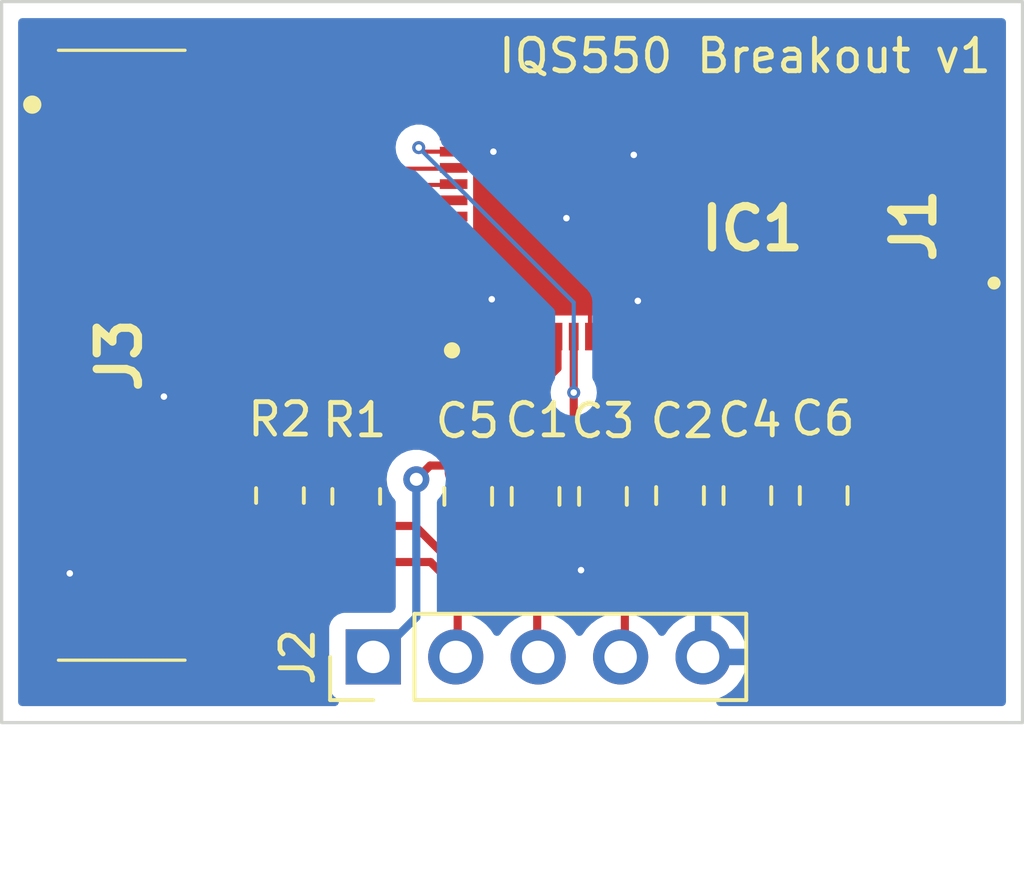
<source format=kicad_pcb>
(kicad_pcb (version 20211014) (generator pcbnew)
  (layers (0 "F.Cu" signal) (31 "B.Cu" signal) (34 "B.Paste" user) (35 "F.Paste" user) (36 "B.SilkS" user "B.Silkscreen") (37 "F.SilkS" user "F.Silkscreen") (38 "B.Mask" user) (39 "F.Mask" user) (44 "Edge.Cuts" user))
  (net 0 "")
  (net 1 "+3V3")
  (net 2 "GND")
  (net 3 "Net-(C2-Pad1)")
  (net 4 "/NRST")
  (net 5 "/TX15")
  (net 6 "/PGM")
  (net 7 "/SW_IN")
  (net 9 "/SDA")
  (net 10 "/SCL")
  (net 11 "/RDY")
  (net 13 "/RX1")
  (net 15 "/RX2")
  (net 17 "/RX3")
  (net 19 "/RX4")
  (net 21 "/RX5")
  (net 23 "/RX6")
  (net 25 "/RX7")
  (net 27 "/RX8")
  (net 33 "/TX1")
  (net 34 "/TX2")
  (net 35 "/TX3")
  (net 36 "/TX4")
  (net 37 "/TX5")
  (net 38 "/TX6")
  (net 39 "/TX7")
  (net 40 "/TX8")
  (net 41 "/TX9")
  (net 42 "/TX10")
  (net 43 "/TX11")
  (net 44 "/TX12")
  (net 45 "/TX13")
  (net 46 "/TX14")
  (net 51 "Net-(J2-Pad2)")
  (net 52 "Net-(J2-Pad3)")
  (footprint "Resistor_SMD:R_0805_2012Metric" (layer "F.Cu") (at 135.85 99.425 90)
    (fp_text reference "R2" (at 2.35 0 180) (layer "F.SilkS"))
    (fp_text value "4.7k")
    (fp_line (start -0.227064 -0.735) (end 0.227064 -0.735) (layer "F.SilkS") (width 0.12))
    (fp_line (start -0.227064 0.735) (end 0.227064 0.735) (layer "F.SilkS") (width 0.12))
    (pad "1" smd roundrect (at -0.9125 0 90) (size 1.025 1.4) (layers "F.Cu" "F.Paste" "F.Mask") (roundrect_rratio 0.243902439) (net 51 "Net-(J2-Pad2)"))
    (pad "2" smd roundrect (at 0.9125 0 90) (size 1.025 1.4) (layers "F.Cu" "F.Paste" "F.Mask") (roundrect_rratio 0.243902439) (net 9 "/SDA"))
  )
  (footprint "ASMR_footprints:Conn_FFC_1x8_0.5mm_Molex_5019510830" (layer "F.Cu") (at 155.35 91.075 90)
    (fp_text reference "J1" (at -0.025 0.025 90) (layer "F.SilkS") (effects (font (size 1.27 1.27) (thickness 0.254))))
    (fp_text value "Conn_FFC_1x8_0.5mm_Vert_501951-0830" hide)
    (fp_line (start -1.8 2.6) (end -1.8 2.6) (layer "F.SilkS") (width 0.2))
    (fp_line (start -1.8 2.4) (end -1.8 2.4) (layer "F.SilkS") (width 0.2))
    (fp_arc (start -1.8 2.4) (mid -1.7 2.5) (end -1.8 2.6) (layer "F.SilkS") (width 0.2))
    (fp_arc (start -1.8 2.6) (mid -1.9 2.5) (end -1.8 2.4) (layer "F.SilkS") (width 0.2))
    (pad "1" smd rect (at -1.75 1.45 90) (size 0.6 1.2) (layers "F.Cu" "F.Paste" "F.Mask") (net 13 "/RX1"))
    (pad "2" smd rect (at -1.25 -1.45 90) (size 0.6 1.2) (layers "F.Cu" "F.Paste" "F.Mask") (net 15 "/RX2"))
    (pad "3" smd rect (at -0.75 1.45 90) (size 0.6 1.2) (layers "F.Cu" "F.Paste" "F.Mask") (net 17 "/RX3"))
    (pad "4" smd rect (at -0.25 -1.45 90) (size 0.6 1.2) (layers "F.Cu" "F.Paste" "F.Mask") (net 19 "/RX4"))
    (pad "5" smd rect (at 0.25 1.45 90) (size 0.6 1.2) (layers "F.Cu" "F.Paste" "F.Mask") (net 21 "/RX5"))
    (pad "6" smd rect (at 0.75 -1.45 90) (size 0.6 1.2) (layers "F.Cu" "F.Paste" "F.Mask") (net 23 "/RX6"))
    (pad "7" smd rect (at 1.25 1.45 90) (size 0.6 1.2) (layers "F.Cu" "F.Paste" "F.Mask") (net 25 "/RX7"))
    (pad "8" smd rect (at 1.75 -1.45 90) (size 0.6 1.2) (layers "F.Cu" "F.Paste" "F.Mask") (net 27 "/RX8"))
    (pad "MP1" smd rect (at -2.75 1.35 90) (size 0.8 1.4) (layers "F.Cu" "F.Paste" "F.Mask"))
    (pad "MP2" smd rect (at -2.75 -1.35 90) (size 0.8 1.4) (layers "F.Cu" "F.Paste" "F.Mask"))
    (pad "MP3" smd rect (at 2.75 1.35 90) (size 0.8 1.4) (layers "F.Cu" "F.Paste" "F.Mask"))
    (pad "MP4" smd rect (at 2.75 -1.35 90) (size 0.8 1.4) (layers "F.Cu" "F.Paste" "F.Mask"))
  )
  (footprint "Capacitor_SMD:C_0805_2012Metric" (layer "F.Cu") (at 152.6 99.425 -90)
    (fp_text reference "C6" (at -2.375 0.025 180) (layer "F.SilkS"))
    (fp_text value "100nF")
    (fp_line (start -0.261252 -0.735) (end 0.261252 -0.735) (layer "F.SilkS") (width 0.12))
    (fp_line (start -0.261252 0.735) (end 0.261252 0.735) (layer "F.SilkS") (width 0.12))
    (pad "1" smd roundrect (at -0.95 0 270) (size 1 1.45) (layers "F.Cu" "F.Paste" "F.Mask") (net 4 "/NRST"))
    (pad "2" smd roundrect (at 0.95 0 270) (size 1 1.45) (layers "F.Cu" "F.Paste" "F.Mask") (net 2 "GND"))
  )
  (footprint "Capacitor_SMD:C_0805_2012Metric" (layer "F.Cu") (at 150.25 99.425 -90)
    (fp_text reference "C4" (at -2.325 -0.075 180) (layer "F.SilkS"))
    (fp_text value "1uF")
    (fp_line (start -0.261252 0.735) (end 0.261252 0.735) (layer "F.SilkS") (width 0.12))
    (fp_line (start -0.261252 -0.735) (end 0.261252 -0.735) (layer "F.SilkS") (width 0.12))
    (pad "1" smd roundrect (at -0.95 0 270) (size 1 1.45) (layers "F.Cu" "F.Paste" "F.Mask") (net 3 "Net-(C2-Pad1)"))
    (pad "2" smd roundrect (at 0.95 0 270) (size 1 1.45) (layers "F.Cu" "F.Paste" "F.Mask") (net 2 "GND"))
  )
  (footprint "Capacitor_SMD:C_0805_2012Metric" (layer "F.Cu") (at 143.725 99.45 -90)
    (fp_text reference "C1" (at -2.35 -0.05 180) (layer "F.SilkS"))
    (fp_text value "1uF")
    (fp_line (start -0.261252 -0.735) (end 0.261252 -0.735) (layer "F.SilkS") (width 0.12))
    (fp_line (start -0.261252 0.735) (end 0.261252 0.735) (layer "F.SilkS") (width 0.12))
    (pad "1" smd roundrect (at -0.95 0 270) (size 1 1.45) (layers "F.Cu" "F.Paste" "F.Mask") (net 1 "+3V3"))
    (pad "2" smd roundrect (at 0.95 0 270) (size 1 1.45) (layers "F.Cu" "F.Paste" "F.Mask") (net 2 "GND"))
  )
  (footprint "ASMR_footprints:QFN50P700X700X60-49N-D" (layer "F.Cu") (at 144.65 91.075 90)
    (fp_text reference "IC1" (at -0.125 5.75 180) (layer "F.SilkS") (effects (font (size 1.27 1.27) (thickness 0.254))))
    (fp_text value "IQS550BLQNR" hide)
    (fp_circle (center -3.875 -3.5) (end -3.875 -3.375) (layer "F.SilkS") (width 0.25) (fill none))
    (pad "1" smd rect (at -3.45 -2.75 180) (size 0.3 0.85) (layers "F.Cu" "F.Paste" "F.Mask") (net 5 "/TX15"))
    (pad "2" smd rect (at -3.45 -2.25 180) (size 0.3 0.85) (layers "F.Cu" "F.Paste" "F.Mask") (net 6 "/PGM"))
    (pad "3" smd rect (at -3.45 -1.75 180) (size 0.3 0.85) (layers "F.Cu" "F.Paste" "F.Mask") (net 7 "/SW_IN"))
    (pad "4" smd rect (at -3.45 -1.25 180) (size 0.3 0.85) (layers "F.Cu" "F.Paste" "F.Mask"))
    (pad "5" smd rect (at -3.45 -0.75 180) (size 0.3 0.85) (layers "F.Cu" "F.Paste" "F.Mask") (net 9 "/SDA"))
    (pad "6" smd rect (at -3.45 -0.25 180) (size 0.3 0.85) (layers "F.Cu" "F.Paste" "F.Mask") (net 10 "/SCL"))
    (pad "7" smd rect (at -3.45 0.25 180) (size 0.3 0.85) (layers "F.Cu" "F.Paste" "F.Mask") (net 1 "+3V3"))
    (pad "8" smd rect (at -3.45 0.75 180) (size 0.3 0.85) (layers "F.Cu" "F.Paste" "F.Mask") (net 2 "GND"))
    (pad "9" smd rect (at -3.45 1.25 180) (size 0.3 0.85) (layers "F.Cu" "F.Paste" "F.Mask") (net 3 "Net-(C2-Pad1)"))
    (pad "10" smd rect (at -3.45 1.75 180) (size 0.3 0.85) (layers "F.Cu" "F.Paste" "F.Mask") (net 4 "/NRST"))
    (pad "11" smd rect (at -3.45 2.25 180) (size 0.3 0.85) (layers "F.Cu" "F.Paste" "F.Mask") (net 11 "/RDY"))
    (pad "12" smd rect (at -3.45 2.75 180) (size 0.3 0.85) (layers "F.Cu" "F.Paste" "F.Mask"))
    (pad "13" smd rect (at -2.75 3.45 90) (size 0.3 0.85) (layers "F.Cu" "F.Paste" "F.Mask") (net 13 "/RX1"))
    (pad "14" smd rect (at -2.25 3.45 90) (size 0.3 0.85) (layers "F.Cu" "F.Paste" "F.Mask"))
    (pad "15" smd rect (at -1.75 3.45 90) (size 0.3 0.85) (layers "F.Cu" "F.Paste" "F.Mask") (net 15 "/RX2"))
    (pad "16" smd rect (at -1.25 3.45 90) (size 0.3 0.85) (layers "F.Cu" "F.Paste" "F.Mask"))
    (pad "17" smd rect (at -0.75 3.45 90) (size 0.3 0.85) (layers "F.Cu" "F.Paste" "F.Mask") (net 17 "/RX3"))
    (pad "18" smd rect (at -0.25 3.45 90) (size 0.3 0.85) (layers "F.Cu" "F.Paste" "F.Mask"))
    (pad "19" smd rect (at 0.25 3.45 90) (size 0.3 0.85) (layers "F.Cu" "F.Paste" "F.Mask") (net 19 "/RX4"))
    (pad "20" smd rect (at 0.75 3.45 90) (size 0.3 0.85) (layers "F.Cu" "F.Paste" "F.Mask"))
    (pad "21" smd rect (at 1.25 3.45 90) (size 0.3 0.85) (layers "F.Cu" "F.Paste" "F.Mask") (net 21 "/RX5"))
    (pad "22" smd rect (at 1.75 3.45 90) (size 0.3 0.85) (layers "F.Cu" "F.Paste" "F.Mask"))
    (pad "23" smd rect (at 2.25 3.45 90) (size 0.3 0.85) (layers "F.Cu" "F.Paste" "F.Mask") (net 23 "/RX6"))
    (pad "24" smd rect (at 2.75 3.45 90) (size 0.3 0.85) (layers "F.Cu" "F.Paste" "F.Mask"))
    (pad "25" smd rect (at 3.45 2.75 180) (size 0.3 0.85) (layers "F.Cu" "F.Paste" "F.Mask") (net 25 "/RX7"))
    (pad "26" smd rect (at 3.45 2.25 180) (size 0.3 0.85) (layers "F.Cu" "F.Paste" "F.Mask"))
    (pad "27" smd rect (at 3.45 1.75 180) (size 0.3 0.85) (layers "F.Cu" "F.Paste" "F.Mask") (net 27 "/RX8"))
    (pad "28" smd rect (at 3.45 1.25 180) (size 0.3 0.85) (layers "F.Cu" "F.Paste" "F.Mask"))
    (pad "29" smd rect (at 3.45 0.75 180) (size 0.3 0.85) (layers "F.Cu" "F.Paste" "F.Mask"))
    (pad "30" smd rect (at 3.45 0.25 180) (size 0.3 0.85) (layers "F.Cu" "F.Paste" "F.Mask"))
    (pad "31" smd rect (at 3.45 -0.25 180) (size 0.3 0.85) (layers "F.Cu" "F.Paste" "F.Mask"))
    (pad "32" smd rect (at 3.45 -0.75 180) (size 0.3 0.85) (layers "F.Cu" "F.Paste" "F.Mask"))
    (pad "33" smd rect (at 3.45 -1.25 180) (size 0.3 0.85) (layers "F.Cu" "F.Paste" "F.Mask") (net 33 "/TX1"))
    (pad "34" smd rect (at 3.45 -1.75 180) (size 0.3 0.85) (layers "F.Cu" "F.Paste" "F.Mask") (net 34 "/TX2"))
    (pad "35" smd rect (at 3.45 -2.25 180) (size 0.3 0.85) (layers "F.Cu" "F.Paste" "F.Mask") (net 35 "/TX3"))
    (pad "36" smd rect (at 3.45 -2.75 180) (size 0.3 0.85) (layers "F.Cu" "F.Paste" "F.Mask") (net 36 "/TX4"))
    (pad "37" smd rect (at 2.75 -3.45 90) (size 0.3 0.85) (layers "F.Cu" "F.Paste" "F.Mask") (net 2 "GND"))
    (pad "38" smd rect (at 2.25 -3.45 90) (size 0.3 0.85) (layers "F.Cu" "F.Paste" "F.Mask") (net 1 "+3V3"))
    (pad "39" smd rect (at 1.75 -3.45 90) (size 0.3 0.85) (layers "F.Cu" "F.Paste" "F.Mask") (net 37 "/TX5"))
    (pad "40" smd rect (at 1.25 -3.45 90) (size 0.3 0.85) (layers "F.Cu" "F.Paste" "F.Mask") (net 38 "/TX6"))
    (pad "41" smd rect (at 0.75 -3.45 90) (size 0.3 0.85) (layers "F.Cu" "F.Paste" "F.Mask") (net 39 "/TX7"))
    (pad "42" smd rect (at 0.25 -3.45 90) (size 0.3 0.85) (layers "F.Cu" "F.Paste" "F.Mask") (net 40 "/TX8"))
    (pad "43" smd rect (at -0.25 -3.45 90) (size 0.3 0.85) (layers "F.Cu" "F.Paste" "F.Mask") (net 41 "/TX9"))
    (pad "44" smd rect (at -0.75 -3.45 90) (size 0.3 0.85) (layers "F.Cu" "F.Paste" "F.Mask") (net 42 "/TX10"))
    (pad "45" smd rect (at -1.25 -3.45 90) (size 0.3 0.85) (layers "F.Cu" "F.Paste" "F.Mask") (net 43 "/TX11"))
    (pad "46" smd rect (at -1.75 -3.45 90) (size 0.3 0.85) (layers "F.Cu" "F.Paste" "F.Mask") (net 44 "/TX12"))
    (pad "47" smd rect (at -2.25 -3.45 90) (size 0.3 0.85) (layers "F.Cu" "F.Paste" "F.Mask") (net 45 "/TX13"))
    (pad "48" smd rect (at -2.75 -3.45 90) (size 0.3 0.85) (layers "F.Cu" "F.Paste" "F.Mask") (net 46 "/TX14"))
    (pad "49" smd rect (at 0 0 90) (size 5.6 5.7) (layers "F.Cu" "F.Paste" "F.Mask") (net 2 "GND"))
  )
  (footprint "Capacitor_SMD:C_0805_2012Metric" (layer "F.Cu") (at 148.175 99.425 -90)
    (fp_text reference "C2" (at -2.3 -0.075 180) (layer "F.SilkS"))
    (fp_text value "100pF")
    (fp_line (start -0.261252 0.735) (end 0.261252 0.735) (layer "F.SilkS") (width 0.12))
    (fp_line (start -0.261252 -0.735) (end 0.261252 -0.735) (layer "F.SilkS") (width 0.12))
    (pad "1" smd roundrect (at -0.95 0 270) (size 1 1.45) (layers "F.Cu" "F.Paste" "F.Mask") (net 3 "Net-(C2-Pad1)"))
    (pad "2" smd roundrect (at 0.95 0 270) (size 1 1.45) (layers "F.Cu" "F.Paste" "F.Mask") (net 2 "GND"))
  )
  (footprint "Capacitor_SMD:C_0805_2012Metric" (layer "F.Cu") (at 141.65 99.45 -90)
    (fp_text reference "C5" (at -2.325 0.025 180) (layer "F.SilkS"))
    (fp_text value "100nF")
    (fp_line (start -0.261252 0.735) (end 0.261252 0.735) (layer "F.SilkS") (width 0.12))
    (fp_line (start -0.261252 -0.735) (end 0.261252 -0.735) (layer "F.SilkS") (width 0.12))
    (pad "1" smd roundrect (at -0.95 0 270) (size 1 1.45) (layers "F.Cu" "F.Paste" "F.Mask") (net 1 "+3V3"))
    (pad "2" smd roundrect (at 0.95 0 270) (size 1 1.45) (layers "F.Cu" "F.Paste" "F.Mask") (net 2 "GND"))
  )
  (footprint "ASMR_footprints:Conn_FFC_1x32_0.5mm_Molex_5019513210" (layer "F.Cu") (at 130.825 95.1 -90)
    (fp_text reference "J3" (at 0 -0.075 90) (layer "F.SilkS") (effects (font (size 1.27 1.27) (thickness 0.254))))
    (fp_text value "Conn_FFC_1x32_0.5mm_Vert_501951-3210" hide)
    (fp_line (start 9.4 -2.1) (end 9.4 1.8) (layer "F.SilkS") (width 0.1))
    (fp_line (start -9.4 -2.1) (end -9.4 1.8) (layer "F.SilkS") (width 0.1))
    (pad "1" smd rect (at -7.75 1.45 270) (size 0.6 1.2) (layers "F.Cu" "F.Paste" "F.Mask") (net 33 "/TX1"))
    (pad "2" smd rect (at -7.25 -1.45 270) (size 0.6 1.2) (layers "F.Cu" "F.Paste" "F.Mask") (net 34 "/TX2"))
    (pad "3" smd rect (at -6.75 1.45 270) (size 0.6 1.2) (layers "F.Cu" "F.Paste" "F.Mask") (net 35 "/TX3"))
    (pad "4" smd rect (at -6.25 -1.45 270) (size 0.6 1.2) (layers "F.Cu" "F.Paste" "F.Mask") (net 36 "/TX4"))
    (pad "5" smd rect (at -5.75 1.45 270) (size 0.6 1.2) (layers "F.Cu" "F.Paste" "F.Mask") (net 37 "/TX5"))
    (pad "6" smd rect (at -5.25 -1.45 270) (size 0.6 1.2) (layers "F.Cu" "F.Paste" "F.Mask") (net 38 "/TX6"))
    (pad "7" smd rect (at -4.75 1.45 270) (size 0.6 1.2) (layers "F.Cu" "F.Paste" "F.Mask") (net 39 "/TX7"))
    (pad "8" smd rect (at -4.25 -1.45 270) (size 0.6 1.2) (layers "F.Cu" "F.Paste" "F.Mask") (net 40 "/TX8"))
    (pad "9" smd rect (at -3.75 1.45 270) (size 0.6 1.2) (layers "F.Cu" "F.Paste" "F.Mask") (net 41 "/TX9"))
    (pad "10" smd rect (at -3.25 -1.45 270) (size 0.6 1.2) (layers "F.Cu" "F.Paste" "F.Mask") (net 42 "/TX10"))
    (pad "11" smd rect (at -2.75 1.45 270) (size 0.6 1.2) (layers "F.Cu" "F.Paste" "F.Mask") (net 43 "/TX11"))
    (pad "12" smd rect (at -2.25 -1.45 270) (size 0.6 1.2) (layers "F.Cu" "F.Paste" "F.Mask") (net 44 "/TX12"))
    (pad "13" smd rect (at -1.75 1.45 270) (size 0.6 1.2) (layers "F.Cu" "F.Paste" "F.Mask") (net 45 "/TX13"))
    (pad "14" smd rect (at -1.25 -1.45 270) (size 0.6 1.2) (layers "F.Cu" "F.Paste" "F.Mask") (net 46 "/TX14"))
    (pad "15" smd rect (at -0.75 1.45 270) (size 0.6 1.2) (layers "F.Cu" "F.Paste" "F.Mask") (net 5 "/TX15"))
    (pad "16" smd rect (at -0.25 -1.45 270) (size 0.6 1.2) (layers "F.Cu" "F.Paste" "F.Mask") (net 2 "GND"))
    (pad "17" smd rect (at 0.25 1.45 270) (size 0.6 1.2) (layers "F.Cu" "F.Paste" "F.Mask") (net 2 "GND"))
    (pad "18" smd rect (at 0.75 -1.45 270) (size 0.6 1.2) (layers "F.Cu" "F.Paste" "F.Mask") (net 2 "GND"))
    (pad "19" smd rect (at 1.25 1.45 270) (size 0.6 1.2) (layers "F.Cu" "F.Paste" "F.Mask") (net 2 "GND"))
    (pad "20" smd rect (at 1.75 -1.45 270) (size 0.6 1.2) (layers "F.Cu" "F.Paste" "F.Mask") (net 2 "GND"))
    (pad "21" smd rect (at 2.25 1.45 270) (size 0.6 1.2) (layers "F.Cu" "F.Paste" "F.Mask") (net 2 "GND"))
    (pad "22" smd rect (at 2.75 -1.45 270) (size 0.6 1.2) (layers "F.Cu" "F.Paste" "F.Mask") (net 2 "GND"))
    (pad "23" smd rect (at 3.25 1.45 270) (size 0.6 1.2) (layers "F.Cu" "F.Paste" "F.Mask") (net 2 "GND"))
    (pad "24" smd rect (at 3.75 -1.45 270) (size 0.6 1.2) (layers "F.Cu" "F.Paste" "F.Mask") (net 2 "GND"))
    (pad "25" smd rect (at 4.25 1.45 270) (size 0.6 1.2) (layers "F.Cu" "F.Paste" "F.Mask") (net 2 "GND"))
    (pad "26" smd rect (at 4.75 -1.45 270) (size 0.6 1.2) (layers "F.Cu" "F.Paste" "F.Mask") (net 2 "GND"))
    (pad "27" smd rect (at 5.25 1.45 270) (size 0.6 1.2) (layers "F.Cu" "F.Paste" "F.Mask") (net 2 "GND"))
    (pad "28" smd rect (at 5.75 -1.45 270) (size 0.6 1.2) (layers "F.Cu" "F.Paste" "F.Mask") (net 2 "GND"))
    (pad "29" smd rect (at 6.25 1.45 270) (size 0.6 1.2) (layers "F.Cu" "F.Paste" "F.Mask") (net 2 "GND"))
    (pad "30" smd rect (at 6.75 -1.45 270) (size 0.6 1.2) (layers "F.Cu" "F.Paste" "F.Mask") (net 2 "GND"))
    (pad "31" smd rect (at 7.25 1.45 270) (size 0.6 1.2) (layers "F.Cu" "F.Paste" "F.Mask") (net 2 "GND"))
    (pad "32" smd rect (at 7.75 -1.45 270) (size 0.6 1.2) (layers "F.Cu" "F.Paste" "F.Mask") (net 2 "GND"))
    (pad "MP1" smd rect (at -8.75 1.35 270) (size 0.8 1.4) (layers "F.Cu" "F.Paste" "F.Mask"))
    (pad "MP2" smd rect (at -8.75 -1.35 270) (size 0.8 1.4) (layers "F.Cu" "F.Paste" "F.Mask"))
    (pad "MP3" smd rect (at 8.75 1.35 270) (size 0.8 1.4) (layers "F.Cu" "F.Paste" "F.Mask"))
    (pad "MP4" smd rect (at 8.75 -1.35 270) (size 0.8 1.4) (layers "F.Cu" "F.Paste" "F.Mask"))
  )
  (footprint "Capacitor_SMD:C_0805_2012Metric" (layer "F.Cu") (at 145.8 99.45 -90)
    (fp_text reference "C3" (at -2.325 0 180) (layer "F.SilkS"))
    (fp_text value "100pF")
    (fp_line (start -0.261252 -0.735) (end 0.261252 -0.735) (layer "F.SilkS") (width 0.12))
    (fp_line (start -0.261252 0.735) (end 0.261252 0.735) (layer "F.SilkS") (width 0.12))
    (pad "1" smd roundrect (at -0.95 0 270) (size 1 1.45) (layers "F.Cu" "F.Paste" "F.Mask") (net 1 "+3V3"))
    (pad "2" smd roundrect (at 0.95 0 270) (size 1 1.45) (layers "F.Cu" "F.Paste" "F.Mask") (net 2 "GND"))
  )
  (footprint "Connector_PinHeader_2.54mm:PinHeader_1x05_P2.54mm_Vertical" (layer "F.Cu") (at 138.725 104.4 90)
    (fp_text reference "J2" (at 0 -2.33 90) (layer "F.SilkS"))
    (fp_text value "Conn_01x05_Male")
    (fp_line (start 1.33 1.27) (end 1.33 11.49) (layer "F.SilkS") (width 0.12))
    (fp_line (start -1.33 1.27) (end -1.33 11.49) (layer "F.SilkS") (width 0.12))
    (fp_line (start -1.33 -1.33) (end 0 -1.33) (layer "F.SilkS") (width 0.12))
    (fp_line (start -1.33 1.27) (end 1.33 1.27) (layer "F.SilkS") (width 0.12))
    (fp_line (start -1.33 11.49) (end 1.33 11.49) (layer "F.SilkS") (width 0.12))
    (fp_line (start -1.33 0) (end -1.33 -1.33) (layer "F.SilkS") (width 0.12))
    (pad "1" thru_hole rect (at 0 0 90) (size 1.7 1.7) (drill 1) (layers *.Cu *.Mask) (net 1 "+3V3"))
    (pad "2" thru_hole oval (at 0 2.54 90) (size 1.7 1.7) (drill 1) (layers *.Cu *.Mask) (net 51 "Net-(J2-Pad2)"))
    (pad "3" thru_hole oval (at 0 5.08 90) (size 1.7 1.7) (drill 1) (layers *.Cu *.Mask) (net 52 "Net-(J2-Pad3)"))
    (pad "4" thru_hole oval (at 0 7.62 90) (size 1.7 1.7) (drill 1) (layers *.Cu *.Mask) (net 11 "/RDY"))
    (pad "5" thru_hole oval (at 0 10.16 90) (size 1.7 1.7) (drill 1) (layers *.Cu *.Mask) (net 2 "GND"))
  )
  (footprint "Resistor_SMD:R_0805_2012Metric" (layer "F.Cu") (at 138.2 99.45 90)
    (fp_text reference "R1" (at 2.35 -0.05 180) (layer "F.SilkS"))
    (fp_text value "4.7k")
    (fp_line (start -0.227064 -0.735) (end 0.227064 -0.735) (layer "F.SilkS") (width 0.12))
    (fp_line (start -0.227064 0.735) (end 0.227064 0.735) (layer "F.SilkS") (width 0.12))
    (pad "1" smd roundrect (at -0.9125 0 90) (size 1.025 1.4) (layers "F.Cu" "F.Paste" "F.Mask") (roundrect_rratio 0.243902439) (net 52 "Net-(J2-Pad3)"))
    (pad "2" smd roundrect (at 0.9125 0 90) (size 1.025 1.4) (layers "F.Cu" "F.Paste" "F.Mask") (roundrect_rratio 0.243902439) (net 10 "/SCL"))
  )
  (gr_circle (center 128.218845 87.375) (end 128.425 87.375) (layer "F.SilkS") (width 0.15) (fill solid))
  (gr_rect (start 127.275 106.425) (end 158.725 84.2) (layer "Edge.Cuts") (width 0.1) (fill none))
  (gr_text "IQS550 Breakout v1\n" (at 150.175 85.875) (layer "F.SilkS") (effects (font (size 1 1))))
  (segment (start 141.2 88.825) (end 140.25 88.825) (width 0.127) (layer "F.Cu") (net 1))
  (segment (start 141.65 98.5) (end 140.475 98.5) (width 0.25) (layer "F.Cu") (net 1))
  (segment (start 144.9 97.325) (end 143.75 98.475) (width 0.25) (layer "F.Cu") (net 1))
  (segment (start 144.9 94.525) (end 144.9 97.325) (width 0.25) (layer "F.Cu") (net 1))
  (segment (start 140.25 88.825) (end 140.125 88.7) (width 0.127) (layer "F.Cu") (net 1))
  (segment (start 141.65 98.5) (end 145.75 98.5) (width 0.25) (layer "F.Cu") (net 1))
  (segment (start 140.475 98.5) (end 140.05 98.925) (width 0.25) (layer "F.Cu") (net 1))
  (via (at 140.05 98.925) (size 0.8) (drill 0.4) (layers "F.Cu" "B.Cu") (net 1))
  (via (at 140.125 88.7) (size 0.4) (drill 0.2) (layers "F.Cu" "B.Cu") (net 1))
  (via (at 144.9 96.25) (size 0.4) (drill 0.2) (layers "F.Cu" "B.Cu") (net 1))
  (segment (start 140.05 98.925) (end 140.05 103.175) (width 0.25) (layer "B.Cu") (net 1))
  (segment (start 140.125 88.7) (end 144.9 93.475) (width 0.127) (layer "B.Cu") (net 1))
  (segment (start 140.05 103.175) (end 138.9 104.325) (width 0.25) (layer "B.Cu") (net 1))
  (segment (start 144.9 93.475) (end 144.9 96.25) (width 0.127) (layer "B.Cu") (net 1))
  (segment (start 145.8 101.05) (end 145.125 101.725) (width 0.127) (layer "F.Cu") (net 2))
  (segment (start 129.375 95.35) (end 129.375 101.825) (width 0.25) (layer "F.Cu") (net 2))
  (segment (start 145.4 93.65) (end 145.175 93.425) (width 0.127) (layer "F.Cu") (net 2))
  (segment (start 141.2 88.325) (end 141.9 88.325) (width 0.127) (layer "F.Cu") (net 2))
  (segment (start 132.275 96.375) (end 132.275 102.775) (width 0.25) (layer "F.Cu") (net 2))
  (segment (start 141.9 88.325) (end 142.2 88.625) (width 0.127) (layer "F.Cu") (net 2))
  (segment (start 132.275 94.85) (end 132.275 96.375) (width 0.25) (layer "F.Cu") (net 2))
  (segment (start 145.4 94.525) (end 145.4 93.65) (width 0.127) (layer "F.Cu") (net 2))
  (segment (start 132.275 102.775) (end 132.25 102.8) (width 0.25) (layer "F.Cu") (net 2))
  (segment (start 141.65 100.4) (end 152.6 100.4) (width 0.25) (layer "F.Cu") (net 2))
  (segment (start 145.8 100.4) (end 145.8 101.05) (width 0.127) (layer "F.Cu") (net 2))
  (segment (start 129.375 102.275) (end 129.35 102.3) (width 0.25) (layer "F.Cu") (net 2))
  (segment (start 129.375 101.825) (end 129.375 102.275) (width 0.25) (layer "F.Cu") (net 2))
  (via (at 145.125 101.725) (size 0.4) (drill 0.2) (layers "F.Cu" "B.Cu") (net 2))
  (via (at 146.75 88.925) (size 0.4) (drill 0.2) (layers "F.Cu" "B.Cu") (net 2))
  (via (at 142.375 93.375) (size 0.4) (drill 0.2) (layers "F.Cu" "B.Cu") (net 2))
  (via (at 142.425 88.825) (size 0.4) (drill 0.2) (layers "F.Cu" "B.Cu") (net 2))
  (via (at 132.275 96.375) (size 0.4) (drill 0.2) (layers "F.Cu" "B.Cu") (net 2))
  (via (at 144.675 90.875) (size 0.4) (drill 0.2) (layers "F.Cu" "B.Cu") (net 2))
  (via (at 146.875 93.425) (size 0.4) (drill 0.2) (layers "F.Cu" "B.Cu") (net 2))
  (via (at 129.375 101.825) (size 0.4) (drill 0.2) (layers "F.Cu" "B.Cu") (net 2))
  (segment (start 145.9 96.1) (end 148.25 98.45) (width 0.25) (layer "F.Cu") (net 3))
  (segment (start 145.9 94.525) (end 145.9 96.1) (width 0.25) (layer "F.Cu") (net 3))
  (segment (start 148.175 98.475) (end 150.2 98.475) (width 0.25) (layer "F.Cu") (net 3))
  (segment (start 152.6 98.1) (end 152.6 98.5) (width 0.25) (layer "F.Cu") (net 4))
  (segment (start 148.625 97.475) (end 151.975 97.475) (width 0.25) (layer "F.Cu") (net 4))
  (segment (start 146.4 95.25) (end 148.625 97.475) (width 0.25) (layer "F.Cu") (net 4))
  (segment (start 146.4 94.525) (end 146.4 95.25) (width 0.25) (layer "F.Cu") (net 4))
  (segment (start 151.975 97.475) (end 152.6 98.1) (width 0.25) (layer "F.Cu") (net 4))
  (segment (start 141.7 94.35) (end 141.9 94.55) (width 0.127) (layer "F.Cu") (net 5))
  (segment (start 129.375 94.35) (end 141.7 94.35) (width 0.127) (layer "F.Cu") (net 5))
  (segment (start 135.875 97.775) (end 135.875 98.5) (width 0.25) (layer "F.Cu") (net 9))
  (segment (start 143.9 95.363604) (end 142.163604 97.1) (width 0.25) (layer "F.Cu") (net 9))
  (segment (start 142.163604 97.1) (end 136.55 97.1) (width 0.25) (layer "F.Cu") (net 9))
  (segment (start 136.55 97.1) (end 135.875 97.775) (width 0.25) (layer "F.Cu") (net 9))
  (segment (start 143.9 94.525) (end 143.9 95.363604) (width 0.25) (layer "F.Cu") (net 9))
  (segment (start 144.4 95.5) (end 142.35 97.55) (width 0.25) (layer "F.Cu") (net 10))
  (segment (start 142.35 97.55) (end 138.675 97.55) (width 0.25) (layer "F.Cu") (net 10))
  (segment (start 138.15 98.075) (end 138.15 98.525) (width 0.25) (layer "F.Cu") (net 10))
  (segment (start 144.4 94.525) (end 144.4 95.5) (width 0.25) (layer "F.Cu") (net 10))
  (segment (start 138.675 97.55) (end 138.15 98.075) (width 0.25) (layer "F.Cu") (net 10))
  (segment (start 146.475 102.375) (end 146.475 104.075) (width 0.25) (layer "F.Cu") (net 11))
  (segment (start 147.125 101.725) (end 146.475 102.375) (width 0.25) (layer "F.Cu") (net 11))
  (segment (start 153.325 101.725) (end 147.125 101.725) (width 0.25) (layer "F.Cu") (net 11))
  (segment (start 146.475 104.075) (end 146.325 104.225) (width 0.25) (layer "F.Cu") (net 11))
  (segment (start 148.811396 97.025) (end 153.175 97.025) (width 0.25) (layer "F.Cu") (net 11))
  (segment (start 154.15 100.9) (end 153.325 101.725) (width 0.25) (layer "F.Cu") (net 11))
  (segment (start 153.175 97.025) (end 154.15 98) (width 0.25) (layer "F.Cu") (net 11))
  (segment (start 146.9 95.113604) (end 148.811396 97.025) (width 0.25) (layer "F.Cu") (net 11))
  (segment (start 154.15 98) (end 154.15 100.9) (width 0.25) (layer "F.Cu") (net 11))
  (segment (start 146.9 94.525) (end 146.9 95.113604) (width 0.25) (layer "F.Cu") (net 11))
  (segment (start 150.25 92.825) (end 149.225 93.85) (width 0.127) (layer "F.Cu") (net 13))
  (segment (start 149.225 93.85) (end 148.125 93.85) (width 0.127) (layer "F.Cu") (net 13))
  (segment (start 156.8 92.825) (end 150.25 92.825) (width 0.127) (layer "F.Cu") (net 13))
  (segment (start 149.5 92.825) (end 148.025 92.825) (width 0.127) (layer "F.Cu") (net 15))
  (segment (start 153.9 92.325) (end 150 92.325) (width 0.127) (layer "F.Cu") (net 15))
  (segment (start 150 92.325) (end 149.5 92.825) (width 0.127) (layer "F.Cu") (net 15))
  (segment (start 156.8 91.825) (end 148.1 91.825) (width 0.127) (layer "F.Cu") (net 17))
  (segment (start 153.9 91.325) (end 148.975 91.325) (width 0.127) (layer "F.Cu") (net 19))
  (segment (start 148.975 91.325) (end 148.475 90.825) (width 0.127) (layer "F.Cu") (net 19))
  (segment (start 149.45 90.825) (end 148.425 89.8) (width 0.127) (layer "F.Cu") (net 21))
  (segment (start 156.8 90.825) (end 149.45 90.825) (width 0.127) (layer "F.Cu") (net 21))
  (segment (start 148.7 88.8) (end 148.175 88.8) (width 0.127) (layer "F.Cu") (net 23))
  (segment (start 153.9 90.325) (end 150.225 90.325) (width 0.127) (layer "F.Cu") (net 23))
  (segment (start 150.225 90.325) (end 148.7 88.8) (width 0.127) (layer "F.Cu") (net 23))
  (segment (start 147.5 87.425) (end 147.4 87.525) (width 0.127) (layer "F.Cu") (net 25))
  (segment (start 150.45 89.825) (end 148.05 87.425) (width 0.127) (layer "F.Cu") (net 25))
  (segment (start 156.8 89.825) (end 150.45 89.825) (width 0.127) (layer "F.Cu") (net 25))
  (segment (start 148.05 87.425) (end 147.5 87.425) (width 0.127) (layer "F.Cu") (net 25))
  (segment (start 146.775 86.775) (end 146.4 87.15) (width 0.127) (layer "F.Cu") (net 27))
  (segment (start 146.4 87.15) (end 146.4 87.725) (width 0.127) (layer "F.Cu") (net 27))
  (segment (start 150.325 89.325) (end 147.775 86.775) (width 0.127) (layer "F.Cu") (net 27))
  (segment (start 153.9 89.325) (end 150.325 89.325) (width 0.127) (layer "F.Cu") (net 27))
  (segment (start 147.775 86.775) (end 146.775 86.775) (width 0.127) (layer "F.Cu") (net 27))
  (segment (start 139.28037 86.467) (end 142.942 86.467) (width 0.127) (layer "F.Cu") (net 33))
  (segment (start 142.942 86.467) (end 143.425 86.95) (width 0.127) (layer "F.Cu") (net 33))
  (segment (start 143.425 86.95) (end 143.425 87.7) (width 0.127) (layer "F.Cu") (net 33))
  (segment (start 129.375 87.35) (end 138.39737 87.35) (width 0.127) (layer "F.Cu") (net 33))
  (segment (start 138.39737 87.35) (end 139.28037 86.467) (width 0.127) (layer "F.Cu") (net 33))
  (segment (start 142.9 86.85) (end 142.9 87.525) (width 0.127) (layer "F.Cu") (net 34))
  (segment (start 142.771 86.721) (end 142.9 86.85) (width 0.127) (layer "F.Cu") (net 34))
  (segment (start 132.275 87.85) (end 138.25658 87.85) (width 0.127) (layer "F.Cu") (net 34))
  (segment (start 138.25658 87.85) (end 139.38558 86.721) (width 0.127) (layer "F.Cu") (net 34))
  (segment (start 139.38558 86.721) (end 142.771 86.721) (width 0.127) (layer "F.Cu") (net 34))
  (segment (start 139.49079 86.975) (end 142.3 86.975) (width 0.127) (layer "F.Cu") (net 35))
  (segment (start 142.3 86.975) (end 142.425 87.1) (width 0.127) (layer "F.Cu") (net 35))
  (segment (start 142.425 87.1) (end 142.425 87.525) (width 0.127) (layer "F.Cu") (net 35))
  (segment (start 129.375 88.35) (end 138.11579 88.35) (width 0.127) (layer "F.Cu") (net 35))
  (segment (start 138.11579 88.35) (end 139.49079 86.975) (width 0.127) (layer "F.Cu") (net 35))
  (segment (start 137.975 88.85) (end 139.25 87.575) (width 0.127) (layer "F.Cu") (net 36))
  (segment (start 132.275 88.85) (end 137.975 88.85) (width 0.127) (layer "F.Cu") (net 36))
  (segment (start 139.25 87.575) (end 141.85 87.575) (width 0.127) (layer "F.Cu") (net 36))
  (segment (start 141.2 89.35) (end 141.225 89.325) (width 0.127) (layer "F.Cu") (net 37))
  (segment (start 129.375 89.35) (end 141.2 89.35) (width 0.127) (layer "F.Cu") (net 37))
  (segment (start 132.275 89.85) (end 141.3 89.85) (width 0.127) (layer "F.Cu") (net 38))
  (segment (start 129.375 90.35) (end 141.2 90.35) (width 0.127) (layer "F.Cu") (net 39))
  (segment (start 141.2 90.35) (end 141.225 90.325) (width 0.127) (layer "F.Cu") (net 39))
  (segment (start 141.1 90.85) (end 141.125 90.825) (width 0.127) (layer "F.Cu") (net 40))
  (segment (start 132.275 90.85) (end 141.1 90.85) (width 0.127) (layer "F.Cu") (net 40))
  (segment (start 129.375 91.35) (end 141.2 91.35) (width 0.127) (layer "F.Cu") (net 41))
  (segment (start 132.275 91.85) (end 141.2 91.85) (width 0.127) (layer "F.Cu") (net 42))
  (segment (start 129.375 92.35) (end 141.175 92.35) (width 0.127) (layer "F.Cu") (net 43))
  (segment (start 132.275 92.85) (end 141.15 92.85) (width 0.127) (layer "F.Cu") (net 44))
  (segment (start 141.15 92.85) (end 141.175 92.825) (width 0.127) (layer "F.Cu") (net 44))
  (segment (start 129.375 93.35) (end 141.275 93.35) (width 0.127) (layer "F.Cu") (net 45))
  (segment (start 141.2 93.85) (end 141.225 93.825) (width 0.127) (layer "F.Cu") (net 46))
  (segment (start 132.275 93.85) (end 141.2 93.85) (width 0.127) (layer "F.Cu") (net 46))
  (segment (start 136.9875 101.475) (end 140.488604 101.475) (width 0.25) (layer "F.Cu") (net 51))
  (segment (start 141.325 102.311396) (end 141.325 104.4) (width 0.25) (layer "F.Cu") (net 51))
  (segment (start 135.85 100.3375) (end 136.9875 101.475) (width 0.25) (layer "F.Cu") (net 51))
  (segment (start 140.488604 101.475) (end 141.325 102.311396) (width 0.25) (layer "F.Cu") (net 51))
  (segment (start 143.15 101.725) (end 143.775 102.35) (width 0.25) (layer "F.Cu") (net 52))
  (segment (start 143.775 102.35) (end 143.775 104.4) (width 0.25) (layer "F.Cu") (net 52))
  (segment (start 141.375 101.725) (end 143.15 101.725) (width 0.25) (layer "F.Cu") (net 52))
  (segment (start 140.0125 100.3625) (end 141.375 101.725) (width 0.25) (layer "F.Cu") (net 52))
  (segment (start 138.2 100.3625) (end 140.0125 100.3625) (width 0.25) (layer "F.Cu") (net 52))
  (zone (net 2) (net_name "GND") (layer "B.Cu") (connect_pads (clearance 0.508)) (min_thickness 0.254) (fill yes (thermal_gap 0.508) (thermal_bridge_width 0.508))
    (polygon (pts (xy 158.725 106.425) (xy 127.275 106.425) (xy 127.3 84.2) (xy 158.725 84.2)))
  )
)
</source>
